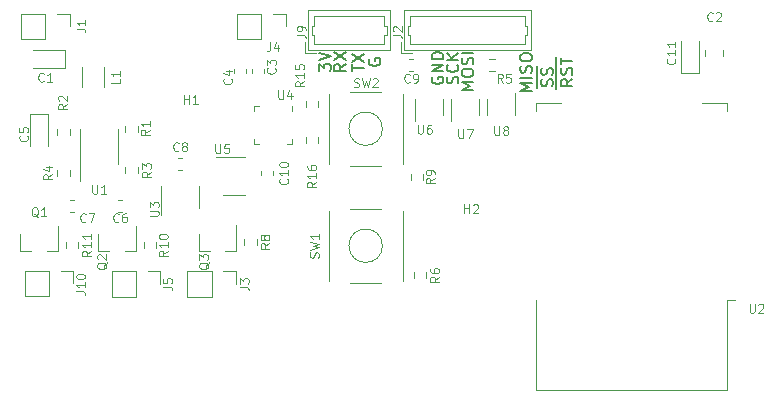
<source format=gbr>
%TF.GenerationSoftware,KiCad,Pcbnew,5.1.9-73d0e3b20d~88~ubuntu20.04.1*%
%TF.CreationDate,2021-03-15T23:00:21-05:00*%
%TF.ProjectId,portalgun,706f7274-616c-4677-956e-2e6b69636164,Draft A*%
%TF.SameCoordinates,Original*%
%TF.FileFunction,Legend,Top*%
%TF.FilePolarity,Positive*%
%FSLAX46Y46*%
G04 Gerber Fmt 4.6, Leading zero omitted, Abs format (unit mm)*
G04 Created by KiCad (PCBNEW 5.1.9-73d0e3b20d~88~ubuntu20.04.1) date 2021-03-15 23:00:21*
%MOMM*%
%LPD*%
G01*
G04 APERTURE LIST*
%ADD10C,0.150000*%
%ADD11C,0.120000*%
%ADD12C,0.100000*%
G04 APERTURE END LIST*
D10*
X212606000Y-97020095D02*
X212558380Y-97115333D01*
X212558380Y-97258190D01*
X212606000Y-97401047D01*
X212701238Y-97496285D01*
X212796476Y-97543904D01*
X212986952Y-97591523D01*
X213129809Y-97591523D01*
X213320285Y-97543904D01*
X213415523Y-97496285D01*
X213510761Y-97401047D01*
X213558380Y-97258190D01*
X213558380Y-97162952D01*
X213510761Y-97020095D01*
X213463142Y-96972476D01*
X213129809Y-96972476D01*
X213129809Y-97162952D01*
X208367380Y-98043904D02*
X208367380Y-97424857D01*
X208748333Y-97758190D01*
X208748333Y-97615333D01*
X208795952Y-97520095D01*
X208843571Y-97472476D01*
X208938809Y-97424857D01*
X209176904Y-97424857D01*
X209272142Y-97472476D01*
X209319761Y-97520095D01*
X209367380Y-97615333D01*
X209367380Y-97901047D01*
X209319761Y-97996285D01*
X209272142Y-98043904D01*
X208367380Y-97139142D02*
X209367380Y-96805809D01*
X208367380Y-96472476D01*
X228447000Y-99528142D02*
X228447000Y-98528142D01*
X229814380Y-98718619D02*
X229338190Y-99051952D01*
X229814380Y-99290047D02*
X228814380Y-99290047D01*
X228814380Y-98909095D01*
X228862000Y-98813857D01*
X228909619Y-98766238D01*
X229004857Y-98718619D01*
X229147714Y-98718619D01*
X229242952Y-98766238D01*
X229290571Y-98813857D01*
X229338190Y-98909095D01*
X229338190Y-99290047D01*
X228447000Y-98528142D02*
X228447000Y-97575761D01*
X229766761Y-98337666D02*
X229814380Y-98194809D01*
X229814380Y-97956714D01*
X229766761Y-97861476D01*
X229719142Y-97813857D01*
X229623904Y-97766238D01*
X229528666Y-97766238D01*
X229433428Y-97813857D01*
X229385809Y-97861476D01*
X229338190Y-97956714D01*
X229290571Y-98147190D01*
X229242952Y-98242428D01*
X229195333Y-98290047D01*
X229100095Y-98337666D01*
X229004857Y-98337666D01*
X228909619Y-98290047D01*
X228862000Y-98242428D01*
X228814380Y-98147190D01*
X228814380Y-97909095D01*
X228862000Y-97766238D01*
X228447000Y-97575761D02*
X228447000Y-96813857D01*
X228814380Y-97480523D02*
X228814380Y-96909095D01*
X229814380Y-97194809D02*
X228814380Y-97194809D01*
X226796000Y-99504380D02*
X226796000Y-98552000D01*
X228115761Y-99313904D02*
X228163380Y-99171047D01*
X228163380Y-98932952D01*
X228115761Y-98837714D01*
X228068142Y-98790095D01*
X227972904Y-98742476D01*
X227877666Y-98742476D01*
X227782428Y-98790095D01*
X227734809Y-98837714D01*
X227687190Y-98932952D01*
X227639571Y-99123428D01*
X227591952Y-99218666D01*
X227544333Y-99266285D01*
X227449095Y-99313904D01*
X227353857Y-99313904D01*
X227258619Y-99266285D01*
X227211000Y-99218666D01*
X227163380Y-99123428D01*
X227163380Y-98885333D01*
X227211000Y-98742476D01*
X226796000Y-98552000D02*
X226796000Y-97599619D01*
X228115761Y-98361523D02*
X228163380Y-98218666D01*
X228163380Y-97980571D01*
X228115761Y-97885333D01*
X228068142Y-97837714D01*
X227972904Y-97790095D01*
X227877666Y-97790095D01*
X227782428Y-97837714D01*
X227734809Y-97885333D01*
X227687190Y-97980571D01*
X227639571Y-98171047D01*
X227591952Y-98266285D01*
X227544333Y-98313904D01*
X227449095Y-98361523D01*
X227353857Y-98361523D01*
X227258619Y-98313904D01*
X227211000Y-98266285D01*
X227163380Y-98171047D01*
X227163380Y-97932952D01*
X227211000Y-97790095D01*
X226385380Y-99742428D02*
X225385380Y-99742428D01*
X226099666Y-99409095D01*
X225385380Y-99075761D01*
X226385380Y-99075761D01*
X226385380Y-98599571D02*
X225385380Y-98599571D01*
X226337761Y-98171000D02*
X226385380Y-98028142D01*
X226385380Y-97790047D01*
X226337761Y-97694809D01*
X226290142Y-97647190D01*
X226194904Y-97599571D01*
X226099666Y-97599571D01*
X226004428Y-97647190D01*
X225956809Y-97694809D01*
X225909190Y-97790047D01*
X225861571Y-97980523D01*
X225813952Y-98075761D01*
X225766333Y-98123380D01*
X225671095Y-98171000D01*
X225575857Y-98171000D01*
X225480619Y-98123380D01*
X225433000Y-98075761D01*
X225385380Y-97980523D01*
X225385380Y-97742428D01*
X225433000Y-97599571D01*
X225385380Y-96980523D02*
X225385380Y-96790047D01*
X225433000Y-96694809D01*
X225528238Y-96599571D01*
X225718714Y-96551952D01*
X226052047Y-96551952D01*
X226242523Y-96599571D01*
X226337761Y-96694809D01*
X226385380Y-96790047D01*
X226385380Y-96980523D01*
X226337761Y-97075761D01*
X226242523Y-97171000D01*
X226052047Y-97218619D01*
X225718714Y-97218619D01*
X225528238Y-97171000D01*
X225433000Y-97075761D01*
X225385380Y-96980523D01*
X221432380Y-99615428D02*
X220432380Y-99615428D01*
X221146666Y-99282095D01*
X220432380Y-98948761D01*
X221432380Y-98948761D01*
X220432380Y-98282095D02*
X220432380Y-98091619D01*
X220480000Y-97996380D01*
X220575238Y-97901142D01*
X220765714Y-97853523D01*
X221099047Y-97853523D01*
X221289523Y-97901142D01*
X221384761Y-97996380D01*
X221432380Y-98091619D01*
X221432380Y-98282095D01*
X221384761Y-98377333D01*
X221289523Y-98472571D01*
X221099047Y-98520190D01*
X220765714Y-98520190D01*
X220575238Y-98472571D01*
X220480000Y-98377333D01*
X220432380Y-98282095D01*
X221384761Y-97472571D02*
X221432380Y-97329714D01*
X221432380Y-97091619D01*
X221384761Y-96996380D01*
X221337142Y-96948761D01*
X221241904Y-96901142D01*
X221146666Y-96901142D01*
X221051428Y-96948761D01*
X221003809Y-96996380D01*
X220956190Y-97091619D01*
X220908571Y-97282095D01*
X220860952Y-97377333D01*
X220813333Y-97424952D01*
X220718095Y-97472571D01*
X220622857Y-97472571D01*
X220527619Y-97424952D01*
X220480000Y-97377333D01*
X220432380Y-97282095D01*
X220432380Y-97044000D01*
X220480000Y-96901142D01*
X221432380Y-96472571D02*
X220432380Y-96472571D01*
X217940000Y-98551904D02*
X217892380Y-98647142D01*
X217892380Y-98790000D01*
X217940000Y-98932857D01*
X218035238Y-99028095D01*
X218130476Y-99075714D01*
X218320952Y-99123333D01*
X218463809Y-99123333D01*
X218654285Y-99075714D01*
X218749523Y-99028095D01*
X218844761Y-98932857D01*
X218892380Y-98790000D01*
X218892380Y-98694761D01*
X218844761Y-98551904D01*
X218797142Y-98504285D01*
X218463809Y-98504285D01*
X218463809Y-98694761D01*
X218892380Y-98075714D02*
X217892380Y-98075714D01*
X218892380Y-97504285D01*
X217892380Y-97504285D01*
X218892380Y-97028095D02*
X217892380Y-97028095D01*
X217892380Y-96790000D01*
X217940000Y-96647142D01*
X218035238Y-96551904D01*
X218130476Y-96504285D01*
X218320952Y-96456666D01*
X218463809Y-96456666D01*
X218654285Y-96504285D01*
X218749523Y-96551904D01*
X218844761Y-96647142D01*
X218892380Y-96790000D01*
X218892380Y-97028095D01*
X220114761Y-99075714D02*
X220162380Y-98932857D01*
X220162380Y-98694761D01*
X220114761Y-98599523D01*
X220067142Y-98551904D01*
X219971904Y-98504285D01*
X219876666Y-98504285D01*
X219781428Y-98551904D01*
X219733809Y-98599523D01*
X219686190Y-98694761D01*
X219638571Y-98885238D01*
X219590952Y-98980476D01*
X219543333Y-99028095D01*
X219448095Y-99075714D01*
X219352857Y-99075714D01*
X219257619Y-99028095D01*
X219210000Y-98980476D01*
X219162380Y-98885238D01*
X219162380Y-98647142D01*
X219210000Y-98504285D01*
X220067142Y-97504285D02*
X220114761Y-97551904D01*
X220162380Y-97694761D01*
X220162380Y-97790000D01*
X220114761Y-97932857D01*
X220019523Y-98028095D01*
X219924285Y-98075714D01*
X219733809Y-98123333D01*
X219590952Y-98123333D01*
X219400476Y-98075714D01*
X219305238Y-98028095D01*
X219210000Y-97932857D01*
X219162380Y-97790000D01*
X219162380Y-97694761D01*
X219210000Y-97551904D01*
X219257619Y-97504285D01*
X220162380Y-97075714D02*
X219162380Y-97075714D01*
X220162380Y-96504285D02*
X219590952Y-96932857D01*
X219162380Y-96504285D02*
X219733809Y-97075714D01*
X211161380Y-98043904D02*
X211161380Y-97472476D01*
X212161380Y-97758190D02*
X211161380Y-97758190D01*
X211161380Y-97234380D02*
X212161380Y-96567714D01*
X211161380Y-96567714D02*
X212161380Y-97234380D01*
X210637380Y-97448666D02*
X210161190Y-97782000D01*
X210637380Y-98020095D02*
X209637380Y-98020095D01*
X209637380Y-97639142D01*
X209685000Y-97543904D01*
X209732619Y-97496285D01*
X209827857Y-97448666D01*
X209970714Y-97448666D01*
X210065952Y-97496285D01*
X210113571Y-97543904D01*
X210161190Y-97639142D01*
X210161190Y-98020095D01*
X209637380Y-97115333D02*
X210637380Y-96448666D01*
X209637380Y-96448666D02*
X210637380Y-97115333D01*
D11*
%TO.C,C11*%
X240561000Y-98230000D02*
X240561000Y-95520000D01*
X238991000Y-98230000D02*
X240561000Y-98230000D01*
X238991000Y-95520000D02*
X238991000Y-98230000D01*
%TO.C,SW1*%
X210968000Y-109708000D02*
X213648000Y-109708000D01*
X213648000Y-115948000D02*
X210968000Y-115948000D01*
X209188000Y-115798000D02*
X209188000Y-109858000D01*
X215428000Y-115798000D02*
X215428000Y-109858000D01*
X213722214Y-112828000D02*
G75*
G03*
X213722214Y-112828000I-1414214J0D01*
G01*
%TO.C,R6*%
X217438500Y-115553258D02*
X217438500Y-115078742D01*
X216393500Y-115553258D02*
X216393500Y-115078742D01*
%TO.C,R9*%
X217184500Y-107234258D02*
X217184500Y-106759742D01*
X216139500Y-107234258D02*
X216139500Y-106759742D01*
%TO.C,Q3*%
X198176000Y-113274000D02*
X199106000Y-113274000D01*
X201336000Y-113274000D02*
X200406000Y-113274000D01*
X201336000Y-113274000D02*
X201336000Y-111114000D01*
X198176000Y-113274000D02*
X198176000Y-111814000D01*
%TO.C,Q2*%
X189682000Y-113282000D02*
X190612000Y-113282000D01*
X192842000Y-113282000D02*
X191912000Y-113282000D01*
X192842000Y-113282000D02*
X192842000Y-111122000D01*
X189682000Y-113282000D02*
X189682000Y-111822000D01*
%TO.C,Q1*%
X183078000Y-113282000D02*
X184008000Y-113282000D01*
X186238000Y-113282000D02*
X185308000Y-113282000D01*
X186238000Y-113282000D02*
X186238000Y-111122000D01*
X183078000Y-113282000D02*
X183078000Y-111822000D01*
%TO.C,SW2*%
X210968000Y-99802000D02*
X213648000Y-99802000D01*
X213648000Y-106042000D02*
X210968000Y-106042000D01*
X209188000Y-105892000D02*
X209188000Y-99952000D01*
X215428000Y-105892000D02*
X215428000Y-99952000D01*
X213722214Y-102922000D02*
G75*
G03*
X213722214Y-102922000I-1414214J0D01*
G01*
%TO.C,J2*%
X215560000Y-92836000D02*
X215560000Y-96256000D01*
X215560000Y-96256000D02*
X226280000Y-96256000D01*
X226280000Y-96256000D02*
X226280000Y-92836000D01*
X226280000Y-92836000D02*
X215560000Y-92836000D01*
X220920000Y-95746000D02*
X216070000Y-95746000D01*
X216070000Y-95746000D02*
X216070000Y-94996000D01*
X216070000Y-94996000D02*
X215870000Y-94996000D01*
X215870000Y-94996000D02*
X215870000Y-94196000D01*
X215870000Y-94196000D02*
X216070000Y-94196000D01*
X216070000Y-94196000D02*
X216070000Y-93346000D01*
X216070000Y-93346000D02*
X220920000Y-93346000D01*
X220920000Y-95746000D02*
X225770000Y-95746000D01*
X225770000Y-95746000D02*
X225770000Y-94996000D01*
X225770000Y-94996000D02*
X225970000Y-94996000D01*
X225970000Y-94996000D02*
X225970000Y-94196000D01*
X225970000Y-94196000D02*
X225770000Y-94196000D01*
X225770000Y-94196000D02*
X225770000Y-93346000D01*
X225770000Y-93346000D02*
X220920000Y-93346000D01*
X215270000Y-96546000D02*
X215270000Y-95546000D01*
X215270000Y-96546000D02*
X216270000Y-96546000D01*
%TO.C,C9*%
X216294580Y-98046000D02*
X216013420Y-98046000D01*
X216294580Y-97026000D02*
X216013420Y-97026000D01*
%TO.C,R5*%
X222774742Y-97013500D02*
X223249258Y-97013500D01*
X222774742Y-98058500D02*
X223249258Y-98058500D01*
%TO.C,U8*%
X224934000Y-101792000D02*
X224934000Y-99892000D01*
X222614000Y-100392000D02*
X222614000Y-101792000D01*
%TO.C,U7*%
X219566000Y-100392000D02*
X219566000Y-102292000D01*
X221886000Y-101792000D02*
X221886000Y-100392000D01*
%TO.C,U6*%
X216518000Y-100392000D02*
X216518000Y-102292000D01*
X218838000Y-101792000D02*
X218838000Y-100392000D01*
%TO.C,C8*%
X196455420Y-106428000D02*
X196736580Y-106428000D01*
X196455420Y-105408000D02*
X196736580Y-105408000D01*
%TO.C,U3*%
X194986000Y-107812000D02*
X194986000Y-110262000D01*
X198206000Y-109612000D02*
X198206000Y-107812000D01*
%TO.C,U5*%
X202068000Y-105324000D02*
X199618000Y-105324000D01*
X200268000Y-108544000D02*
X202068000Y-108544000D01*
%TO.C,C10*%
X203452000Y-106539420D02*
X203452000Y-106820580D01*
X204472000Y-106539420D02*
X204472000Y-106820580D01*
%TO.C,R16*%
X207249500Y-103648742D02*
X207249500Y-104123258D01*
X208294500Y-103648742D02*
X208294500Y-104123258D01*
%TO.C,R15*%
X207249500Y-100600742D02*
X207249500Y-101075258D01*
X208294500Y-100600742D02*
X208294500Y-101075258D01*
%TO.C,C4*%
X202186000Y-98184580D02*
X202186000Y-97903420D01*
X201166000Y-98184580D02*
X201166000Y-97903420D01*
%TO.C,C2*%
X242543000Y-96781252D02*
X242543000Y-96258748D01*
X241073000Y-96781252D02*
X241073000Y-96258748D01*
%TO.C,U2*%
X242943000Y-117403000D02*
X243553000Y-117403000D01*
X242943000Y-117403000D02*
X242943000Y-125023000D01*
X242943000Y-100783000D02*
X242943000Y-101403000D01*
X240823000Y-100783000D02*
X242943000Y-100783000D01*
X226703000Y-100783000D02*
X228823000Y-100783000D01*
X226703000Y-101403000D02*
X226703000Y-100783000D01*
X226703000Y-125023000D02*
X226703000Y-117403000D01*
X242943000Y-125023000D02*
X226703000Y-125023000D01*
%TO.C,J9*%
X207142000Y-96546000D02*
X208142000Y-96546000D01*
X207142000Y-96546000D02*
X207142000Y-95546000D01*
X213892000Y-93346000D02*
X210917000Y-93346000D01*
X213892000Y-94196000D02*
X213892000Y-93346000D01*
X214092000Y-94196000D02*
X213892000Y-94196000D01*
X214092000Y-94996000D02*
X214092000Y-94196000D01*
X213892000Y-94996000D02*
X214092000Y-94996000D01*
X213892000Y-95746000D02*
X213892000Y-94996000D01*
X210917000Y-95746000D02*
X213892000Y-95746000D01*
X207942000Y-93346000D02*
X210917000Y-93346000D01*
X207942000Y-94196000D02*
X207942000Y-93346000D01*
X207742000Y-94196000D02*
X207942000Y-94196000D01*
X207742000Y-94996000D02*
X207742000Y-94196000D01*
X207942000Y-94996000D02*
X207742000Y-94996000D01*
X207942000Y-95746000D02*
X207942000Y-94996000D01*
X210917000Y-95746000D02*
X207942000Y-95746000D01*
X214402000Y-92836000D02*
X207432000Y-92836000D01*
X214402000Y-96256000D02*
X214402000Y-92836000D01*
X207432000Y-96256000D02*
X214402000Y-96256000D01*
X207432000Y-92836000D02*
X207432000Y-96256000D01*
%TO.C,R11*%
X187974500Y-113005258D02*
X187974500Y-112530742D01*
X186929500Y-113005258D02*
X186929500Y-112530742D01*
%TO.C,R10*%
X194578500Y-113013258D02*
X194578500Y-112538742D01*
X193533500Y-113013258D02*
X193533500Y-112538742D01*
%TO.C,R8*%
X203072500Y-112751258D02*
X203072500Y-112276742D01*
X202027500Y-112751258D02*
X202027500Y-112276742D01*
%TO.C,J10*%
X187560000Y-114940000D02*
X187560000Y-116000000D01*
X186500000Y-114940000D02*
X187560000Y-114940000D01*
X185500000Y-114940000D02*
X185500000Y-117060000D01*
X185500000Y-117060000D02*
X183440000Y-117060000D01*
X185500000Y-114940000D02*
X183440000Y-114940000D01*
X183440000Y-114940000D02*
X183440000Y-117060000D01*
%TO.C,U4*%
X206080000Y-103776000D02*
X206080000Y-104226000D01*
X206080000Y-104226000D02*
X205630000Y-104226000D01*
X202860000Y-101456000D02*
X202860000Y-101006000D01*
X202860000Y-101006000D02*
X203310000Y-101006000D01*
X202860000Y-103776000D02*
X202860000Y-104226000D01*
X202860000Y-104226000D02*
X203310000Y-104226000D01*
X206080000Y-101456000D02*
X206080000Y-101006000D01*
%TO.C,J5*%
X190812000Y-115010000D02*
X190812000Y-117130000D01*
X192872000Y-115010000D02*
X190812000Y-115010000D01*
X192872000Y-117130000D02*
X190812000Y-117130000D01*
X192872000Y-115010000D02*
X192872000Y-117130000D01*
X193872000Y-115010000D02*
X194932000Y-115010000D01*
X194932000Y-115010000D02*
X194932000Y-116070000D01*
%TO.C,C3*%
X203710000Y-98184580D02*
X203710000Y-97903420D01*
X202690000Y-98184580D02*
X202690000Y-97903420D01*
%TO.C,J4*%
X205530000Y-93174000D02*
X205530000Y-94234000D01*
X204470000Y-93174000D02*
X205530000Y-93174000D01*
X203470000Y-93174000D02*
X203470000Y-95294000D01*
X203470000Y-95294000D02*
X201410000Y-95294000D01*
X203470000Y-93174000D02*
X201410000Y-93174000D01*
X201410000Y-93174000D02*
X201410000Y-95294000D01*
%TO.C,J3*%
X201324000Y-115010000D02*
X201324000Y-116070000D01*
X200264000Y-115010000D02*
X201324000Y-115010000D01*
X199264000Y-115010000D02*
X199264000Y-117130000D01*
X199264000Y-117130000D02*
X197204000Y-117130000D01*
X199264000Y-115010000D02*
X197204000Y-115010000D01*
X197204000Y-115010000D02*
X197204000Y-117130000D01*
%TO.C,J1*%
X187242000Y-93174000D02*
X187242000Y-94234000D01*
X186182000Y-93174000D02*
X187242000Y-93174000D01*
X185182000Y-93174000D02*
X185182000Y-95294000D01*
X185182000Y-95294000D02*
X183122000Y-95294000D01*
X185182000Y-93174000D02*
X183122000Y-93174000D01*
X183122000Y-93174000D02*
X183122000Y-95294000D01*
%TO.C,U1*%
X188124000Y-104416000D02*
X188124000Y-107341000D01*
X188124000Y-104416000D02*
X188124000Y-102916000D01*
X191344000Y-104416000D02*
X191344000Y-105916000D01*
X191344000Y-104416000D02*
X191344000Y-102916000D01*
%TO.C,R4*%
X186211500Y-106411276D02*
X186211500Y-106920724D01*
X187256500Y-106411276D02*
X187256500Y-106920724D01*
%TO.C,R2*%
X186211500Y-102911276D02*
X186211500Y-103420724D01*
X187256500Y-102911276D02*
X187256500Y-103420724D01*
%TO.C,R1*%
X191961500Y-102661276D02*
X191961500Y-103170724D01*
X193006500Y-102661276D02*
X193006500Y-103170724D01*
%TO.C,L1*%
X188320000Y-97716758D02*
X188320000Y-99387242D01*
X190140000Y-97716758D02*
X190140000Y-99387242D01*
%TO.C,C7*%
X187598267Y-108990000D02*
X187305733Y-108990000D01*
X187598267Y-110010000D02*
X187305733Y-110010000D01*
%TO.C,C5*%
X183873000Y-101668000D02*
X183873000Y-104378000D01*
X185443000Y-101668000D02*
X183873000Y-101668000D01*
X185443000Y-104378000D02*
X185443000Y-101668000D01*
%TO.C,C1*%
X186876000Y-96243000D02*
X184166000Y-96243000D01*
X186876000Y-97813000D02*
X186876000Y-96243000D01*
X184166000Y-97813000D02*
X186876000Y-97813000D01*
%TO.C,R3*%
X193006500Y-106161276D02*
X193006500Y-106670724D01*
X191961500Y-106161276D02*
X191961500Y-106670724D01*
%TO.C,C6*%
X191369733Y-108964000D02*
X191662267Y-108964000D01*
X191369733Y-109984000D02*
X191662267Y-109984000D01*
%TO.C,C11*%
D12*
X238463857Y-97002142D02*
X238499571Y-97037857D01*
X238535285Y-97145000D01*
X238535285Y-97216428D01*
X238499571Y-97323571D01*
X238428142Y-97395000D01*
X238356714Y-97430714D01*
X238213857Y-97466428D01*
X238106714Y-97466428D01*
X237963857Y-97430714D01*
X237892428Y-97395000D01*
X237821000Y-97323571D01*
X237785285Y-97216428D01*
X237785285Y-97145000D01*
X237821000Y-97037857D01*
X237856714Y-97002142D01*
X238535285Y-96287857D02*
X238535285Y-96716428D01*
X238535285Y-96502142D02*
X237785285Y-96502142D01*
X237892428Y-96573571D01*
X237963857Y-96645000D01*
X237999571Y-96716428D01*
X238535285Y-95573571D02*
X238535285Y-96002142D01*
X238535285Y-95787857D02*
X237785285Y-95787857D01*
X237892428Y-95859285D01*
X237963857Y-95930714D01*
X237999571Y-96002142D01*
%TO.C,SW1*%
X208311571Y-113828000D02*
X208347285Y-113720857D01*
X208347285Y-113542285D01*
X208311571Y-113470857D01*
X208275857Y-113435142D01*
X208204428Y-113399428D01*
X208133000Y-113399428D01*
X208061571Y-113435142D01*
X208025857Y-113470857D01*
X207990142Y-113542285D01*
X207954428Y-113685142D01*
X207918714Y-113756571D01*
X207883000Y-113792285D01*
X207811571Y-113828000D01*
X207740142Y-113828000D01*
X207668714Y-113792285D01*
X207633000Y-113756571D01*
X207597285Y-113685142D01*
X207597285Y-113506571D01*
X207633000Y-113399428D01*
X207597285Y-113149428D02*
X208347285Y-112970857D01*
X207811571Y-112828000D01*
X208347285Y-112685142D01*
X207597285Y-112506571D01*
X208347285Y-111828000D02*
X208347285Y-112256571D01*
X208347285Y-112042285D02*
X207597285Y-112042285D01*
X207704428Y-112113714D01*
X207775857Y-112185142D01*
X207811571Y-112256571D01*
%TO.C,R6*%
X218525285Y-115441000D02*
X218168142Y-115691000D01*
X218525285Y-115869571D02*
X217775285Y-115869571D01*
X217775285Y-115583857D01*
X217811000Y-115512428D01*
X217846714Y-115476714D01*
X217918142Y-115441000D01*
X218025285Y-115441000D01*
X218096714Y-115476714D01*
X218132428Y-115512428D01*
X218168142Y-115583857D01*
X218168142Y-115869571D01*
X217775285Y-114798142D02*
X217775285Y-114941000D01*
X217811000Y-115012428D01*
X217846714Y-115048142D01*
X217953857Y-115119571D01*
X218096714Y-115155285D01*
X218382428Y-115155285D01*
X218453857Y-115119571D01*
X218489571Y-115083857D01*
X218525285Y-115012428D01*
X218525285Y-114869571D01*
X218489571Y-114798142D01*
X218453857Y-114762428D01*
X218382428Y-114726714D01*
X218203857Y-114726714D01*
X218132428Y-114762428D01*
X218096714Y-114798142D01*
X218061000Y-114869571D01*
X218061000Y-115012428D01*
X218096714Y-115083857D01*
X218132428Y-115119571D01*
X218203857Y-115155285D01*
%TO.C,R9*%
X218144285Y-107122000D02*
X217787142Y-107372000D01*
X218144285Y-107550571D02*
X217394285Y-107550571D01*
X217394285Y-107264857D01*
X217430000Y-107193428D01*
X217465714Y-107157714D01*
X217537142Y-107122000D01*
X217644285Y-107122000D01*
X217715714Y-107157714D01*
X217751428Y-107193428D01*
X217787142Y-107264857D01*
X217787142Y-107550571D01*
X218144285Y-106764857D02*
X218144285Y-106622000D01*
X218108571Y-106550571D01*
X218072857Y-106514857D01*
X217965714Y-106443428D01*
X217822857Y-106407714D01*
X217537142Y-106407714D01*
X217465714Y-106443428D01*
X217430000Y-106479142D01*
X217394285Y-106550571D01*
X217394285Y-106693428D01*
X217430000Y-106764857D01*
X217465714Y-106800571D01*
X217537142Y-106836285D01*
X217715714Y-106836285D01*
X217787142Y-106800571D01*
X217822857Y-106764857D01*
X217858571Y-106693428D01*
X217858571Y-106550571D01*
X217822857Y-106479142D01*
X217787142Y-106443428D01*
X217715714Y-106407714D01*
%TO.C,Q3*%
X199038714Y-114244428D02*
X199003000Y-114315857D01*
X198931571Y-114387285D01*
X198824428Y-114494428D01*
X198788714Y-114565857D01*
X198788714Y-114637285D01*
X198967285Y-114601571D02*
X198931571Y-114673000D01*
X198860142Y-114744428D01*
X198717285Y-114780142D01*
X198467285Y-114780142D01*
X198324428Y-114744428D01*
X198253000Y-114673000D01*
X198217285Y-114601571D01*
X198217285Y-114458714D01*
X198253000Y-114387285D01*
X198324428Y-114315857D01*
X198467285Y-114280142D01*
X198717285Y-114280142D01*
X198860142Y-114315857D01*
X198931571Y-114387285D01*
X198967285Y-114458714D01*
X198967285Y-114601571D01*
X198217285Y-114030142D02*
X198217285Y-113565857D01*
X198503000Y-113815857D01*
X198503000Y-113708714D01*
X198538714Y-113637285D01*
X198574428Y-113601571D01*
X198645857Y-113565857D01*
X198824428Y-113565857D01*
X198895857Y-113601571D01*
X198931571Y-113637285D01*
X198967285Y-113708714D01*
X198967285Y-113923000D01*
X198931571Y-113994428D01*
X198895857Y-114030142D01*
%TO.C,Q2*%
X190402714Y-114244428D02*
X190367000Y-114315857D01*
X190295571Y-114387285D01*
X190188428Y-114494428D01*
X190152714Y-114565857D01*
X190152714Y-114637285D01*
X190331285Y-114601571D02*
X190295571Y-114673000D01*
X190224142Y-114744428D01*
X190081285Y-114780142D01*
X189831285Y-114780142D01*
X189688428Y-114744428D01*
X189617000Y-114673000D01*
X189581285Y-114601571D01*
X189581285Y-114458714D01*
X189617000Y-114387285D01*
X189688428Y-114315857D01*
X189831285Y-114280142D01*
X190081285Y-114280142D01*
X190224142Y-114315857D01*
X190295571Y-114387285D01*
X190331285Y-114458714D01*
X190331285Y-114601571D01*
X189652714Y-113994428D02*
X189617000Y-113958714D01*
X189581285Y-113887285D01*
X189581285Y-113708714D01*
X189617000Y-113637285D01*
X189652714Y-113601571D01*
X189724142Y-113565857D01*
X189795571Y-113565857D01*
X189902714Y-113601571D01*
X190331285Y-114030142D01*
X190331285Y-113565857D01*
%TO.C,Q1*%
X184586571Y-110392714D02*
X184515142Y-110357000D01*
X184443714Y-110285571D01*
X184336571Y-110178428D01*
X184265142Y-110142714D01*
X184193714Y-110142714D01*
X184229428Y-110321285D02*
X184158000Y-110285571D01*
X184086571Y-110214142D01*
X184050857Y-110071285D01*
X184050857Y-109821285D01*
X184086571Y-109678428D01*
X184158000Y-109607000D01*
X184229428Y-109571285D01*
X184372285Y-109571285D01*
X184443714Y-109607000D01*
X184515142Y-109678428D01*
X184550857Y-109821285D01*
X184550857Y-110071285D01*
X184515142Y-110214142D01*
X184443714Y-110285571D01*
X184372285Y-110321285D01*
X184229428Y-110321285D01*
X185265142Y-110321285D02*
X184836571Y-110321285D01*
X185050857Y-110321285D02*
X185050857Y-109571285D01*
X184979428Y-109678428D01*
X184908000Y-109749857D01*
X184836571Y-109785571D01*
%TO.C,SW2*%
X211344000Y-99363571D02*
X211451142Y-99399285D01*
X211629714Y-99399285D01*
X211701142Y-99363571D01*
X211736857Y-99327857D01*
X211772571Y-99256428D01*
X211772571Y-99185000D01*
X211736857Y-99113571D01*
X211701142Y-99077857D01*
X211629714Y-99042142D01*
X211486857Y-99006428D01*
X211415428Y-98970714D01*
X211379714Y-98935000D01*
X211344000Y-98863571D01*
X211344000Y-98792142D01*
X211379714Y-98720714D01*
X211415428Y-98685000D01*
X211486857Y-98649285D01*
X211665428Y-98649285D01*
X211772571Y-98685000D01*
X212022571Y-98649285D02*
X212201142Y-99399285D01*
X212344000Y-98863571D01*
X212486857Y-99399285D01*
X212665428Y-98649285D01*
X212915428Y-98720714D02*
X212951142Y-98685000D01*
X213022571Y-98649285D01*
X213201142Y-98649285D01*
X213272571Y-98685000D01*
X213308285Y-98720714D01*
X213344000Y-98792142D01*
X213344000Y-98863571D01*
X213308285Y-98970714D01*
X212879714Y-99399285D01*
X213344000Y-99399285D01*
%TO.C,J2*%
X214600285Y-94992000D02*
X215136000Y-94992000D01*
X215243142Y-95027714D01*
X215314571Y-95099142D01*
X215350285Y-95206285D01*
X215350285Y-95277714D01*
X214671714Y-94670571D02*
X214636000Y-94634857D01*
X214600285Y-94563428D01*
X214600285Y-94384857D01*
X214636000Y-94313428D01*
X214671714Y-94277714D01*
X214743142Y-94242000D01*
X214814571Y-94242000D01*
X214921714Y-94277714D01*
X215350285Y-94706285D01*
X215350285Y-94242000D01*
%TO.C,C9*%
X216029000Y-98946857D02*
X215993285Y-98982571D01*
X215886142Y-99018285D01*
X215814714Y-99018285D01*
X215707571Y-98982571D01*
X215636142Y-98911142D01*
X215600428Y-98839714D01*
X215564714Y-98696857D01*
X215564714Y-98589714D01*
X215600428Y-98446857D01*
X215636142Y-98375428D01*
X215707571Y-98304000D01*
X215814714Y-98268285D01*
X215886142Y-98268285D01*
X215993285Y-98304000D01*
X216029000Y-98339714D01*
X216386142Y-99018285D02*
X216529000Y-99018285D01*
X216600428Y-98982571D01*
X216636142Y-98946857D01*
X216707571Y-98839714D01*
X216743285Y-98696857D01*
X216743285Y-98411142D01*
X216707571Y-98339714D01*
X216671857Y-98304000D01*
X216600428Y-98268285D01*
X216457571Y-98268285D01*
X216386142Y-98304000D01*
X216350428Y-98339714D01*
X216314714Y-98411142D01*
X216314714Y-98589714D01*
X216350428Y-98661142D01*
X216386142Y-98696857D01*
X216457571Y-98732571D01*
X216600428Y-98732571D01*
X216671857Y-98696857D01*
X216707571Y-98661142D01*
X216743285Y-98589714D01*
%TO.C,R5*%
X223903000Y-99018285D02*
X223653000Y-98661142D01*
X223474428Y-99018285D02*
X223474428Y-98268285D01*
X223760142Y-98268285D01*
X223831571Y-98304000D01*
X223867285Y-98339714D01*
X223903000Y-98411142D01*
X223903000Y-98518285D01*
X223867285Y-98589714D01*
X223831571Y-98625428D01*
X223760142Y-98661142D01*
X223474428Y-98661142D01*
X224581571Y-98268285D02*
X224224428Y-98268285D01*
X224188714Y-98625428D01*
X224224428Y-98589714D01*
X224295857Y-98554000D01*
X224474428Y-98554000D01*
X224545857Y-98589714D01*
X224581571Y-98625428D01*
X224617285Y-98696857D01*
X224617285Y-98875428D01*
X224581571Y-98946857D01*
X224545857Y-98982571D01*
X224474428Y-99018285D01*
X224295857Y-99018285D01*
X224224428Y-98982571D01*
X224188714Y-98946857D01*
%TO.C,U8*%
X223202571Y-102713285D02*
X223202571Y-103320428D01*
X223238285Y-103391857D01*
X223274000Y-103427571D01*
X223345428Y-103463285D01*
X223488285Y-103463285D01*
X223559714Y-103427571D01*
X223595428Y-103391857D01*
X223631142Y-103320428D01*
X223631142Y-102713285D01*
X224095428Y-103034714D02*
X224024000Y-102999000D01*
X223988285Y-102963285D01*
X223952571Y-102891857D01*
X223952571Y-102856142D01*
X223988285Y-102784714D01*
X224024000Y-102749000D01*
X224095428Y-102713285D01*
X224238285Y-102713285D01*
X224309714Y-102749000D01*
X224345428Y-102784714D01*
X224381142Y-102856142D01*
X224381142Y-102891857D01*
X224345428Y-102963285D01*
X224309714Y-102999000D01*
X224238285Y-103034714D01*
X224095428Y-103034714D01*
X224024000Y-103070428D01*
X223988285Y-103106142D01*
X223952571Y-103177571D01*
X223952571Y-103320428D01*
X223988285Y-103391857D01*
X224024000Y-103427571D01*
X224095428Y-103463285D01*
X224238285Y-103463285D01*
X224309714Y-103427571D01*
X224345428Y-103391857D01*
X224381142Y-103320428D01*
X224381142Y-103177571D01*
X224345428Y-103106142D01*
X224309714Y-103070428D01*
X224238285Y-103034714D01*
%TO.C,U7*%
X220154571Y-102967285D02*
X220154571Y-103574428D01*
X220190285Y-103645857D01*
X220226000Y-103681571D01*
X220297428Y-103717285D01*
X220440285Y-103717285D01*
X220511714Y-103681571D01*
X220547428Y-103645857D01*
X220583142Y-103574428D01*
X220583142Y-102967285D01*
X220868857Y-102967285D02*
X221368857Y-102967285D01*
X221047428Y-103717285D01*
%TO.C,U6*%
X216725571Y-102586285D02*
X216725571Y-103193428D01*
X216761285Y-103264857D01*
X216797000Y-103300571D01*
X216868428Y-103336285D01*
X217011285Y-103336285D01*
X217082714Y-103300571D01*
X217118428Y-103264857D01*
X217154142Y-103193428D01*
X217154142Y-102586285D01*
X217832714Y-102586285D02*
X217689857Y-102586285D01*
X217618428Y-102622000D01*
X217582714Y-102657714D01*
X217511285Y-102764857D01*
X217475571Y-102907714D01*
X217475571Y-103193428D01*
X217511285Y-103264857D01*
X217547000Y-103300571D01*
X217618428Y-103336285D01*
X217761285Y-103336285D01*
X217832714Y-103300571D01*
X217868428Y-103264857D01*
X217904142Y-103193428D01*
X217904142Y-103014857D01*
X217868428Y-102943428D01*
X217832714Y-102907714D01*
X217761285Y-102872000D01*
X217618428Y-102872000D01*
X217547000Y-102907714D01*
X217511285Y-102943428D01*
X217475571Y-103014857D01*
%TO.C,C8*%
X196471000Y-104755857D02*
X196435285Y-104791571D01*
X196328142Y-104827285D01*
X196256714Y-104827285D01*
X196149571Y-104791571D01*
X196078142Y-104720142D01*
X196042428Y-104648714D01*
X196006714Y-104505857D01*
X196006714Y-104398714D01*
X196042428Y-104255857D01*
X196078142Y-104184428D01*
X196149571Y-104113000D01*
X196256714Y-104077285D01*
X196328142Y-104077285D01*
X196435285Y-104113000D01*
X196471000Y-104148714D01*
X196899571Y-104398714D02*
X196828142Y-104363000D01*
X196792428Y-104327285D01*
X196756714Y-104255857D01*
X196756714Y-104220142D01*
X196792428Y-104148714D01*
X196828142Y-104113000D01*
X196899571Y-104077285D01*
X197042428Y-104077285D01*
X197113857Y-104113000D01*
X197149571Y-104148714D01*
X197185285Y-104220142D01*
X197185285Y-104255857D01*
X197149571Y-104327285D01*
X197113857Y-104363000D01*
X197042428Y-104398714D01*
X196899571Y-104398714D01*
X196828142Y-104434428D01*
X196792428Y-104470142D01*
X196756714Y-104541571D01*
X196756714Y-104684428D01*
X196792428Y-104755857D01*
X196828142Y-104791571D01*
X196899571Y-104827285D01*
X197042428Y-104827285D01*
X197113857Y-104791571D01*
X197149571Y-104755857D01*
X197185285Y-104684428D01*
X197185285Y-104541571D01*
X197149571Y-104470142D01*
X197113857Y-104434428D01*
X197042428Y-104398714D01*
%TO.C,U3*%
X194026285Y-110299428D02*
X194633428Y-110299428D01*
X194704857Y-110263714D01*
X194740571Y-110228000D01*
X194776285Y-110156571D01*
X194776285Y-110013714D01*
X194740571Y-109942285D01*
X194704857Y-109906571D01*
X194633428Y-109870857D01*
X194026285Y-109870857D01*
X194026285Y-109585142D02*
X194026285Y-109120857D01*
X194312000Y-109370857D01*
X194312000Y-109263714D01*
X194347714Y-109192285D01*
X194383428Y-109156571D01*
X194454857Y-109120857D01*
X194633428Y-109120857D01*
X194704857Y-109156571D01*
X194740571Y-109192285D01*
X194776285Y-109263714D01*
X194776285Y-109478000D01*
X194740571Y-109549428D01*
X194704857Y-109585142D01*
%TO.C,U5*%
X199580571Y-104237285D02*
X199580571Y-104844428D01*
X199616285Y-104915857D01*
X199652000Y-104951571D01*
X199723428Y-104987285D01*
X199866285Y-104987285D01*
X199937714Y-104951571D01*
X199973428Y-104915857D01*
X200009142Y-104844428D01*
X200009142Y-104237285D01*
X200723428Y-104237285D02*
X200366285Y-104237285D01*
X200330571Y-104594428D01*
X200366285Y-104558714D01*
X200437714Y-104523000D01*
X200616285Y-104523000D01*
X200687714Y-104558714D01*
X200723428Y-104594428D01*
X200759142Y-104665857D01*
X200759142Y-104844428D01*
X200723428Y-104915857D01*
X200687714Y-104951571D01*
X200616285Y-104987285D01*
X200437714Y-104987285D01*
X200366285Y-104951571D01*
X200330571Y-104915857D01*
%TO.C,C10*%
X205659857Y-107162142D02*
X205695571Y-107197857D01*
X205731285Y-107305000D01*
X205731285Y-107376428D01*
X205695571Y-107483571D01*
X205624142Y-107555000D01*
X205552714Y-107590714D01*
X205409857Y-107626428D01*
X205302714Y-107626428D01*
X205159857Y-107590714D01*
X205088428Y-107555000D01*
X205017000Y-107483571D01*
X204981285Y-107376428D01*
X204981285Y-107305000D01*
X205017000Y-107197857D01*
X205052714Y-107162142D01*
X205731285Y-106447857D02*
X205731285Y-106876428D01*
X205731285Y-106662142D02*
X204981285Y-106662142D01*
X205088428Y-106733571D01*
X205159857Y-106805000D01*
X205195571Y-106876428D01*
X204981285Y-105983571D02*
X204981285Y-105912142D01*
X205017000Y-105840714D01*
X205052714Y-105805000D01*
X205124142Y-105769285D01*
X205267000Y-105733571D01*
X205445571Y-105733571D01*
X205588428Y-105769285D01*
X205659857Y-105805000D01*
X205695571Y-105840714D01*
X205731285Y-105912142D01*
X205731285Y-105983571D01*
X205695571Y-106055000D01*
X205659857Y-106090714D01*
X205588428Y-106126428D01*
X205445571Y-106162142D01*
X205267000Y-106162142D01*
X205124142Y-106126428D01*
X205052714Y-106090714D01*
X205017000Y-106055000D01*
X204981285Y-105983571D01*
%TO.C,R16*%
X208111285Y-107416142D02*
X207754142Y-107666142D01*
X208111285Y-107844714D02*
X207361285Y-107844714D01*
X207361285Y-107559000D01*
X207397000Y-107487571D01*
X207432714Y-107451857D01*
X207504142Y-107416142D01*
X207611285Y-107416142D01*
X207682714Y-107451857D01*
X207718428Y-107487571D01*
X207754142Y-107559000D01*
X207754142Y-107844714D01*
X208111285Y-106701857D02*
X208111285Y-107130428D01*
X208111285Y-106916142D02*
X207361285Y-106916142D01*
X207468428Y-106987571D01*
X207539857Y-107059000D01*
X207575571Y-107130428D01*
X207361285Y-106059000D02*
X207361285Y-106201857D01*
X207397000Y-106273285D01*
X207432714Y-106309000D01*
X207539857Y-106380428D01*
X207682714Y-106416142D01*
X207968428Y-106416142D01*
X208039857Y-106380428D01*
X208075571Y-106344714D01*
X208111285Y-106273285D01*
X208111285Y-106130428D01*
X208075571Y-106059000D01*
X208039857Y-106023285D01*
X207968428Y-105987571D01*
X207789857Y-105987571D01*
X207718428Y-106023285D01*
X207682714Y-106059000D01*
X207647000Y-106130428D01*
X207647000Y-106273285D01*
X207682714Y-106344714D01*
X207718428Y-106380428D01*
X207789857Y-106416142D01*
%TO.C,R15*%
X207095285Y-98907142D02*
X206738142Y-99157142D01*
X207095285Y-99335714D02*
X206345285Y-99335714D01*
X206345285Y-99050000D01*
X206381000Y-98978571D01*
X206416714Y-98942857D01*
X206488142Y-98907142D01*
X206595285Y-98907142D01*
X206666714Y-98942857D01*
X206702428Y-98978571D01*
X206738142Y-99050000D01*
X206738142Y-99335714D01*
X207095285Y-98192857D02*
X207095285Y-98621428D01*
X207095285Y-98407142D02*
X206345285Y-98407142D01*
X206452428Y-98478571D01*
X206523857Y-98550000D01*
X206559571Y-98621428D01*
X206345285Y-97514285D02*
X206345285Y-97871428D01*
X206702428Y-97907142D01*
X206666714Y-97871428D01*
X206631000Y-97800000D01*
X206631000Y-97621428D01*
X206666714Y-97550000D01*
X206702428Y-97514285D01*
X206773857Y-97478571D01*
X206952428Y-97478571D01*
X207023857Y-97514285D01*
X207059571Y-97550000D01*
X207095285Y-97621428D01*
X207095285Y-97800000D01*
X207059571Y-97871428D01*
X207023857Y-97907142D01*
%TO.C,C4*%
X200927857Y-98677000D02*
X200963571Y-98712714D01*
X200999285Y-98819857D01*
X200999285Y-98891285D01*
X200963571Y-98998428D01*
X200892142Y-99069857D01*
X200820714Y-99105571D01*
X200677857Y-99141285D01*
X200570714Y-99141285D01*
X200427857Y-99105571D01*
X200356428Y-99069857D01*
X200285000Y-98998428D01*
X200249285Y-98891285D01*
X200249285Y-98819857D01*
X200285000Y-98712714D01*
X200320714Y-98677000D01*
X200499285Y-98034142D02*
X200999285Y-98034142D01*
X200213571Y-98212714D02*
X200749285Y-98391285D01*
X200749285Y-97927000D01*
%TO.C,C2*%
X241683000Y-93739857D02*
X241647285Y-93775571D01*
X241540142Y-93811285D01*
X241468714Y-93811285D01*
X241361571Y-93775571D01*
X241290142Y-93704142D01*
X241254428Y-93632714D01*
X241218714Y-93489857D01*
X241218714Y-93382714D01*
X241254428Y-93239857D01*
X241290142Y-93168428D01*
X241361571Y-93097000D01*
X241468714Y-93061285D01*
X241540142Y-93061285D01*
X241647285Y-93097000D01*
X241683000Y-93132714D01*
X241968714Y-93132714D02*
X242004428Y-93097000D01*
X242075857Y-93061285D01*
X242254428Y-93061285D01*
X242325857Y-93097000D01*
X242361571Y-93132714D01*
X242397285Y-93204142D01*
X242397285Y-93275571D01*
X242361571Y-93382714D01*
X241933000Y-93811285D01*
X242397285Y-93811285D01*
%TO.C,U2*%
X244811571Y-117752285D02*
X244811571Y-118359428D01*
X244847285Y-118430857D01*
X244883000Y-118466571D01*
X244954428Y-118502285D01*
X245097285Y-118502285D01*
X245168714Y-118466571D01*
X245204428Y-118430857D01*
X245240142Y-118359428D01*
X245240142Y-117752285D01*
X245561571Y-117823714D02*
X245597285Y-117788000D01*
X245668714Y-117752285D01*
X245847285Y-117752285D01*
X245918714Y-117788000D01*
X245954428Y-117823714D01*
X245990142Y-117895142D01*
X245990142Y-117966571D01*
X245954428Y-118073714D01*
X245525857Y-118502285D01*
X245990142Y-118502285D01*
%TO.C,J9*%
X206472285Y-94992000D02*
X207008000Y-94992000D01*
X207115142Y-95027714D01*
X207186571Y-95099142D01*
X207222285Y-95206285D01*
X207222285Y-95277714D01*
X207222285Y-94599142D02*
X207222285Y-94456285D01*
X207186571Y-94384857D01*
X207150857Y-94349142D01*
X207043714Y-94277714D01*
X206900857Y-94242000D01*
X206615142Y-94242000D01*
X206543714Y-94277714D01*
X206508000Y-94313428D01*
X206472285Y-94384857D01*
X206472285Y-94527714D01*
X206508000Y-94599142D01*
X206543714Y-94634857D01*
X206615142Y-94670571D01*
X206793714Y-94670571D01*
X206865142Y-94634857D01*
X206900857Y-94599142D01*
X206936571Y-94527714D01*
X206936571Y-94384857D01*
X206900857Y-94313428D01*
X206865142Y-94277714D01*
X206793714Y-94242000D01*
%TO.C,H2*%
X220662571Y-110067285D02*
X220662571Y-109317285D01*
X220662571Y-109674428D02*
X221091142Y-109674428D01*
X221091142Y-110067285D02*
X221091142Y-109317285D01*
X221412571Y-109388714D02*
X221448285Y-109353000D01*
X221519714Y-109317285D01*
X221698285Y-109317285D01*
X221769714Y-109353000D01*
X221805428Y-109388714D01*
X221841142Y-109460142D01*
X221841142Y-109531571D01*
X221805428Y-109638714D01*
X221376857Y-110067285D01*
X221841142Y-110067285D01*
%TO.C,R11*%
X189061285Y-113258142D02*
X188704142Y-113508142D01*
X189061285Y-113686714D02*
X188311285Y-113686714D01*
X188311285Y-113401000D01*
X188347000Y-113329571D01*
X188382714Y-113293857D01*
X188454142Y-113258142D01*
X188561285Y-113258142D01*
X188632714Y-113293857D01*
X188668428Y-113329571D01*
X188704142Y-113401000D01*
X188704142Y-113686714D01*
X189061285Y-112543857D02*
X189061285Y-112972428D01*
X189061285Y-112758142D02*
X188311285Y-112758142D01*
X188418428Y-112829571D01*
X188489857Y-112901000D01*
X188525571Y-112972428D01*
X189061285Y-111829571D02*
X189061285Y-112258142D01*
X189061285Y-112043857D02*
X188311285Y-112043857D01*
X188418428Y-112115285D01*
X188489857Y-112186714D01*
X188525571Y-112258142D01*
%TO.C,R10*%
X195538285Y-113258142D02*
X195181142Y-113508142D01*
X195538285Y-113686714D02*
X194788285Y-113686714D01*
X194788285Y-113401000D01*
X194824000Y-113329571D01*
X194859714Y-113293857D01*
X194931142Y-113258142D01*
X195038285Y-113258142D01*
X195109714Y-113293857D01*
X195145428Y-113329571D01*
X195181142Y-113401000D01*
X195181142Y-113686714D01*
X195538285Y-112543857D02*
X195538285Y-112972428D01*
X195538285Y-112758142D02*
X194788285Y-112758142D01*
X194895428Y-112829571D01*
X194966857Y-112901000D01*
X195002571Y-112972428D01*
X194788285Y-112079571D02*
X194788285Y-112008142D01*
X194824000Y-111936714D01*
X194859714Y-111901000D01*
X194931142Y-111865285D01*
X195074000Y-111829571D01*
X195252571Y-111829571D01*
X195395428Y-111865285D01*
X195466857Y-111901000D01*
X195502571Y-111936714D01*
X195538285Y-112008142D01*
X195538285Y-112079571D01*
X195502571Y-112151000D01*
X195466857Y-112186714D01*
X195395428Y-112222428D01*
X195252571Y-112258142D01*
X195074000Y-112258142D01*
X194931142Y-112222428D01*
X194859714Y-112186714D01*
X194824000Y-112151000D01*
X194788285Y-112079571D01*
%TO.C,R8*%
X204159285Y-112639000D02*
X203802142Y-112889000D01*
X204159285Y-113067571D02*
X203409285Y-113067571D01*
X203409285Y-112781857D01*
X203445000Y-112710428D01*
X203480714Y-112674714D01*
X203552142Y-112639000D01*
X203659285Y-112639000D01*
X203730714Y-112674714D01*
X203766428Y-112710428D01*
X203802142Y-112781857D01*
X203802142Y-113067571D01*
X203730714Y-112210428D02*
X203695000Y-112281857D01*
X203659285Y-112317571D01*
X203587857Y-112353285D01*
X203552142Y-112353285D01*
X203480714Y-112317571D01*
X203445000Y-112281857D01*
X203409285Y-112210428D01*
X203409285Y-112067571D01*
X203445000Y-111996142D01*
X203480714Y-111960428D01*
X203552142Y-111924714D01*
X203587857Y-111924714D01*
X203659285Y-111960428D01*
X203695000Y-111996142D01*
X203730714Y-112067571D01*
X203730714Y-112210428D01*
X203766428Y-112281857D01*
X203802142Y-112317571D01*
X203873571Y-112353285D01*
X204016428Y-112353285D01*
X204087857Y-112317571D01*
X204123571Y-112281857D01*
X204159285Y-112210428D01*
X204159285Y-112067571D01*
X204123571Y-111996142D01*
X204087857Y-111960428D01*
X204016428Y-111924714D01*
X203873571Y-111924714D01*
X203802142Y-111960428D01*
X203766428Y-111996142D01*
X203730714Y-112067571D01*
%TO.C,J10*%
X187803285Y-116685142D02*
X188339000Y-116685142D01*
X188446142Y-116720857D01*
X188517571Y-116792285D01*
X188553285Y-116899428D01*
X188553285Y-116970857D01*
X188553285Y-115935142D02*
X188553285Y-116363714D01*
X188553285Y-116149428D02*
X187803285Y-116149428D01*
X187910428Y-116220857D01*
X187981857Y-116292285D01*
X188017571Y-116363714D01*
X187803285Y-115470857D02*
X187803285Y-115399428D01*
X187839000Y-115328000D01*
X187874714Y-115292285D01*
X187946142Y-115256571D01*
X188089000Y-115220857D01*
X188267571Y-115220857D01*
X188410428Y-115256571D01*
X188481857Y-115292285D01*
X188517571Y-115328000D01*
X188553285Y-115399428D01*
X188553285Y-115470857D01*
X188517571Y-115542285D01*
X188481857Y-115578000D01*
X188410428Y-115613714D01*
X188267571Y-115649428D01*
X188089000Y-115649428D01*
X187946142Y-115613714D01*
X187874714Y-115578000D01*
X187839000Y-115542285D01*
X187803285Y-115470857D01*
%TO.C,U4*%
X204914571Y-99665285D02*
X204914571Y-100272428D01*
X204950285Y-100343857D01*
X204986000Y-100379571D01*
X205057428Y-100415285D01*
X205200285Y-100415285D01*
X205271714Y-100379571D01*
X205307428Y-100343857D01*
X205343142Y-100272428D01*
X205343142Y-99665285D01*
X206021714Y-99915285D02*
X206021714Y-100415285D01*
X205843142Y-99629571D02*
X205664571Y-100165285D01*
X206128857Y-100165285D01*
%TO.C,J5*%
X195169285Y-116328000D02*
X195705000Y-116328000D01*
X195812142Y-116363714D01*
X195883571Y-116435142D01*
X195919285Y-116542285D01*
X195919285Y-116613714D01*
X195169285Y-115613714D02*
X195169285Y-115970857D01*
X195526428Y-116006571D01*
X195490714Y-115970857D01*
X195455000Y-115899428D01*
X195455000Y-115720857D01*
X195490714Y-115649428D01*
X195526428Y-115613714D01*
X195597857Y-115578000D01*
X195776428Y-115578000D01*
X195847857Y-115613714D01*
X195883571Y-115649428D01*
X195919285Y-115720857D01*
X195919285Y-115899428D01*
X195883571Y-115970857D01*
X195847857Y-116006571D01*
%TO.C,C3*%
X204610857Y-97788000D02*
X204646571Y-97823714D01*
X204682285Y-97930857D01*
X204682285Y-98002285D01*
X204646571Y-98109428D01*
X204575142Y-98180857D01*
X204503714Y-98216571D01*
X204360857Y-98252285D01*
X204253714Y-98252285D01*
X204110857Y-98216571D01*
X204039428Y-98180857D01*
X203968000Y-98109428D01*
X203932285Y-98002285D01*
X203932285Y-97930857D01*
X203968000Y-97823714D01*
X204003714Y-97788000D01*
X203932285Y-97538000D02*
X203932285Y-97073714D01*
X204218000Y-97323714D01*
X204218000Y-97216571D01*
X204253714Y-97145142D01*
X204289428Y-97109428D01*
X204360857Y-97073714D01*
X204539428Y-97073714D01*
X204610857Y-97109428D01*
X204646571Y-97145142D01*
X204682285Y-97216571D01*
X204682285Y-97430857D01*
X204646571Y-97502285D01*
X204610857Y-97538000D01*
%TO.C,H1*%
X196913571Y-100796285D02*
X196913571Y-100046285D01*
X196913571Y-100403428D02*
X197342142Y-100403428D01*
X197342142Y-100796285D02*
X197342142Y-100046285D01*
X198092142Y-100796285D02*
X197663571Y-100796285D01*
X197877857Y-100796285D02*
X197877857Y-100046285D01*
X197806428Y-100153428D01*
X197735000Y-100224857D01*
X197663571Y-100260571D01*
%TO.C,J4*%
X204220000Y-95601285D02*
X204220000Y-96137000D01*
X204184285Y-96244142D01*
X204112857Y-96315571D01*
X204005714Y-96351285D01*
X203934285Y-96351285D01*
X204898571Y-95851285D02*
X204898571Y-96351285D01*
X204720000Y-95565571D02*
X204541428Y-96101285D01*
X205005714Y-96101285D01*
%TO.C,J3*%
X201646285Y-116328000D02*
X202182000Y-116328000D01*
X202289142Y-116363714D01*
X202360571Y-116435142D01*
X202396285Y-116542285D01*
X202396285Y-116613714D01*
X201646285Y-116042285D02*
X201646285Y-115578000D01*
X201932000Y-115828000D01*
X201932000Y-115720857D01*
X201967714Y-115649428D01*
X202003428Y-115613714D01*
X202074857Y-115578000D01*
X202253428Y-115578000D01*
X202324857Y-115613714D01*
X202360571Y-115649428D01*
X202396285Y-115720857D01*
X202396285Y-115935142D01*
X202360571Y-116006571D01*
X202324857Y-116042285D01*
%TO.C,J1*%
X187831285Y-94484000D02*
X188367000Y-94484000D01*
X188474142Y-94519714D01*
X188545571Y-94591142D01*
X188581285Y-94698285D01*
X188581285Y-94769714D01*
X188581285Y-93734000D02*
X188581285Y-94162571D01*
X188581285Y-93948285D02*
X187831285Y-93948285D01*
X187938428Y-94019714D01*
X188009857Y-94091142D01*
X188045571Y-94162571D01*
%TO.C,U1*%
X189166571Y-107666285D02*
X189166571Y-108273428D01*
X189202285Y-108344857D01*
X189238000Y-108380571D01*
X189309428Y-108416285D01*
X189452285Y-108416285D01*
X189523714Y-108380571D01*
X189559428Y-108344857D01*
X189595142Y-108273428D01*
X189595142Y-107666285D01*
X190345142Y-108416285D02*
X189916571Y-108416285D01*
X190130857Y-108416285D02*
X190130857Y-107666285D01*
X190059428Y-107773428D01*
X189988000Y-107844857D01*
X189916571Y-107880571D01*
%TO.C,R4*%
X185759285Y-106791000D02*
X185402142Y-107041000D01*
X185759285Y-107219571D02*
X185009285Y-107219571D01*
X185009285Y-106933857D01*
X185045000Y-106862428D01*
X185080714Y-106826714D01*
X185152142Y-106791000D01*
X185259285Y-106791000D01*
X185330714Y-106826714D01*
X185366428Y-106862428D01*
X185402142Y-106933857D01*
X185402142Y-107219571D01*
X185259285Y-106148142D02*
X185759285Y-106148142D01*
X184973571Y-106326714D02*
X185509285Y-106505285D01*
X185509285Y-106041000D01*
%TO.C,R2*%
X187029285Y-100836000D02*
X186672142Y-101086000D01*
X187029285Y-101264571D02*
X186279285Y-101264571D01*
X186279285Y-100978857D01*
X186315000Y-100907428D01*
X186350714Y-100871714D01*
X186422142Y-100836000D01*
X186529285Y-100836000D01*
X186600714Y-100871714D01*
X186636428Y-100907428D01*
X186672142Y-100978857D01*
X186672142Y-101264571D01*
X186350714Y-100550285D02*
X186315000Y-100514571D01*
X186279285Y-100443142D01*
X186279285Y-100264571D01*
X186315000Y-100193142D01*
X186350714Y-100157428D01*
X186422142Y-100121714D01*
X186493571Y-100121714D01*
X186600714Y-100157428D01*
X187029285Y-100586000D01*
X187029285Y-100121714D01*
%TO.C,R1*%
X194014285Y-102995000D02*
X193657142Y-103245000D01*
X194014285Y-103423571D02*
X193264285Y-103423571D01*
X193264285Y-103137857D01*
X193300000Y-103066428D01*
X193335714Y-103030714D01*
X193407142Y-102995000D01*
X193514285Y-102995000D01*
X193585714Y-103030714D01*
X193621428Y-103066428D01*
X193657142Y-103137857D01*
X193657142Y-103423571D01*
X194014285Y-102280714D02*
X194014285Y-102709285D01*
X194014285Y-102495000D02*
X193264285Y-102495000D01*
X193371428Y-102566428D01*
X193442857Y-102637857D01*
X193478571Y-102709285D01*
%TO.C,L1*%
X191469285Y-98677000D02*
X191469285Y-99034142D01*
X190719285Y-99034142D01*
X191469285Y-98034142D02*
X191469285Y-98462714D01*
X191469285Y-98248428D02*
X190719285Y-98248428D01*
X190826428Y-98319857D01*
X190897857Y-98391285D01*
X190933571Y-98462714D01*
%TO.C,C7*%
X188597000Y-110757857D02*
X188561285Y-110793571D01*
X188454142Y-110829285D01*
X188382714Y-110829285D01*
X188275571Y-110793571D01*
X188204142Y-110722142D01*
X188168428Y-110650714D01*
X188132714Y-110507857D01*
X188132714Y-110400714D01*
X188168428Y-110257857D01*
X188204142Y-110186428D01*
X188275571Y-110115000D01*
X188382714Y-110079285D01*
X188454142Y-110079285D01*
X188561285Y-110115000D01*
X188597000Y-110150714D01*
X188847000Y-110079285D02*
X189347000Y-110079285D01*
X189025571Y-110829285D01*
%TO.C,C5*%
X183655857Y-103503000D02*
X183691571Y-103538714D01*
X183727285Y-103645857D01*
X183727285Y-103717285D01*
X183691571Y-103824428D01*
X183620142Y-103895857D01*
X183548714Y-103931571D01*
X183405857Y-103967285D01*
X183298714Y-103967285D01*
X183155857Y-103931571D01*
X183084428Y-103895857D01*
X183013000Y-103824428D01*
X182977285Y-103717285D01*
X182977285Y-103645857D01*
X183013000Y-103538714D01*
X183048714Y-103503000D01*
X182977285Y-102824428D02*
X182977285Y-103181571D01*
X183334428Y-103217285D01*
X183298714Y-103181571D01*
X183263000Y-103110142D01*
X183263000Y-102931571D01*
X183298714Y-102860142D01*
X183334428Y-102824428D01*
X183405857Y-102788714D01*
X183584428Y-102788714D01*
X183655857Y-102824428D01*
X183691571Y-102860142D01*
X183727285Y-102931571D01*
X183727285Y-103110142D01*
X183691571Y-103181571D01*
X183655857Y-103217285D01*
%TO.C,C1*%
X185041000Y-98875857D02*
X185005285Y-98911571D01*
X184898142Y-98947285D01*
X184826714Y-98947285D01*
X184719571Y-98911571D01*
X184648142Y-98840142D01*
X184612428Y-98768714D01*
X184576714Y-98625857D01*
X184576714Y-98518714D01*
X184612428Y-98375857D01*
X184648142Y-98304428D01*
X184719571Y-98233000D01*
X184826714Y-98197285D01*
X184898142Y-98197285D01*
X185005285Y-98233000D01*
X185041000Y-98268714D01*
X185755285Y-98947285D02*
X185326714Y-98947285D01*
X185541000Y-98947285D02*
X185541000Y-98197285D01*
X185469571Y-98304428D01*
X185398142Y-98375857D01*
X185326714Y-98411571D01*
%TO.C,R3*%
X194141285Y-106551000D02*
X193784142Y-106801000D01*
X194141285Y-106979571D02*
X193391285Y-106979571D01*
X193391285Y-106693857D01*
X193427000Y-106622428D01*
X193462714Y-106586714D01*
X193534142Y-106551000D01*
X193641285Y-106551000D01*
X193712714Y-106586714D01*
X193748428Y-106622428D01*
X193784142Y-106693857D01*
X193784142Y-106979571D01*
X193391285Y-106301000D02*
X193391285Y-105836714D01*
X193677000Y-106086714D01*
X193677000Y-105979571D01*
X193712714Y-105908142D01*
X193748428Y-105872428D01*
X193819857Y-105836714D01*
X193998428Y-105836714D01*
X194069857Y-105872428D01*
X194105571Y-105908142D01*
X194141285Y-105979571D01*
X194141285Y-106193857D01*
X194105571Y-106265285D01*
X194069857Y-106301000D01*
%TO.C,C6*%
X191391000Y-110757857D02*
X191355285Y-110793571D01*
X191248142Y-110829285D01*
X191176714Y-110829285D01*
X191069571Y-110793571D01*
X190998142Y-110722142D01*
X190962428Y-110650714D01*
X190926714Y-110507857D01*
X190926714Y-110400714D01*
X190962428Y-110257857D01*
X190998142Y-110186428D01*
X191069571Y-110115000D01*
X191176714Y-110079285D01*
X191248142Y-110079285D01*
X191355285Y-110115000D01*
X191391000Y-110150714D01*
X192033857Y-110079285D02*
X191891000Y-110079285D01*
X191819571Y-110115000D01*
X191783857Y-110150714D01*
X191712428Y-110257857D01*
X191676714Y-110400714D01*
X191676714Y-110686428D01*
X191712428Y-110757857D01*
X191748142Y-110793571D01*
X191819571Y-110829285D01*
X191962428Y-110829285D01*
X192033857Y-110793571D01*
X192069571Y-110757857D01*
X192105285Y-110686428D01*
X192105285Y-110507857D01*
X192069571Y-110436428D01*
X192033857Y-110400714D01*
X191962428Y-110365000D01*
X191819571Y-110365000D01*
X191748142Y-110400714D01*
X191712428Y-110436428D01*
X191676714Y-110507857D01*
%TD*%
M02*

</source>
